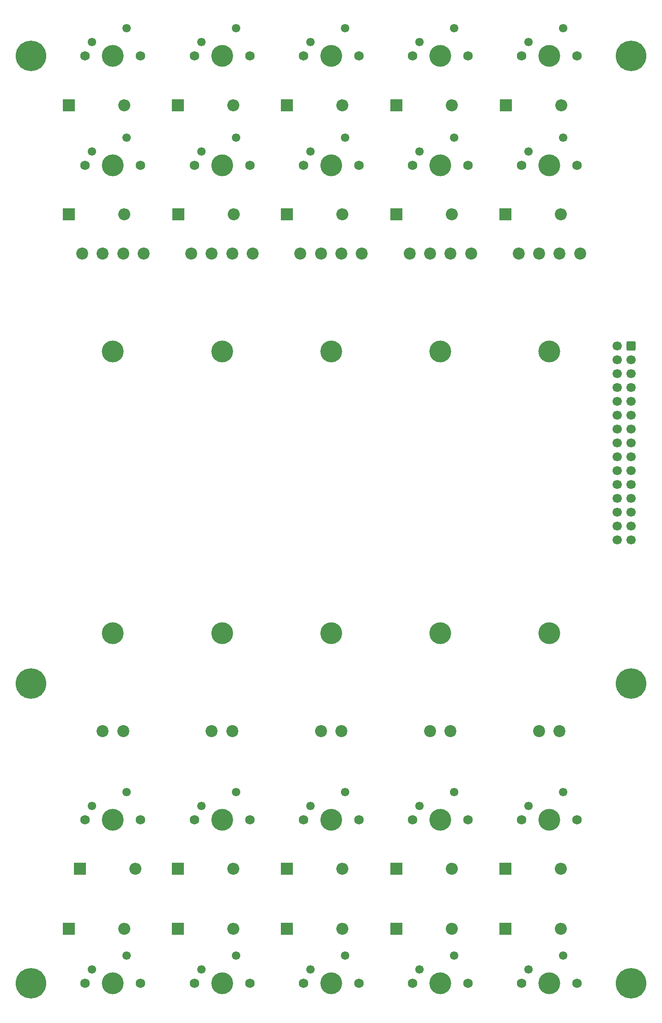
<source format=gbr>
%TF.GenerationSoftware,KiCad,Pcbnew,(6.0.4)*%
%TF.CreationDate,2023-01-30T21:52:44+01:00*%
%TF.ProjectId,Fader_Board,46616465-725f-4426-9f61-72642e6b6963,rev?*%
%TF.SameCoordinates,Original*%
%TF.FileFunction,Soldermask,Top*%
%TF.FilePolarity,Negative*%
%FSLAX46Y46*%
G04 Gerber Fmt 4.6, Leading zero omitted, Abs format (unit mm)*
G04 Created by KiCad (PCBNEW (6.0.4)) date 2023-01-30 21:52:44*
%MOMM*%
%LPD*%
G01*
G04 APERTURE LIST*
G04 Aperture macros list*
%AMRoundRect*
0 Rectangle with rounded corners*
0 $1 Rounding radius*
0 $2 $3 $4 $5 $6 $7 $8 $9 X,Y pos of 4 corners*
0 Add a 4 corners polygon primitive as box body*
4,1,4,$2,$3,$4,$5,$6,$7,$8,$9,$2,$3,0*
0 Add four circle primitives for the rounded corners*
1,1,$1+$1,$2,$3*
1,1,$1+$1,$4,$5*
1,1,$1+$1,$6,$7*
1,1,$1+$1,$8,$9*
0 Add four rect primitives between the rounded corners*
20,1,$1+$1,$2,$3,$4,$5,0*
20,1,$1+$1,$4,$5,$6,$7,0*
20,1,$1+$1,$6,$7,$8,$9,0*
20,1,$1+$1,$8,$9,$2,$3,0*%
G04 Aperture macros list end*
%ADD10C,2.200000*%
%ADD11C,4.000000*%
%ADD12C,5.600000*%
%ADD13O,2.200000X2.200000*%
%ADD14R,2.200000X2.200000*%
%ADD15C,1.750000*%
%ADD16C,1.550000*%
%ADD17RoundRect,0.250000X0.600000X0.600000X-0.600000X0.600000X-0.600000X-0.600000X0.600000X-0.600000X0*%
%ADD18C,1.700000*%
G04 APERTURE END LIST*
D10*
%TO.C,RV5*%
X138120000Y-56250000D03*
X134370000Y-56250000D03*
X138120000Y-143750000D03*
X141880000Y-56250000D03*
X145630000Y-56250000D03*
X141880000Y-143750000D03*
D11*
X140000000Y-74150000D03*
X140000000Y-125850000D03*
%TD*%
D10*
%TO.C,RV4*%
X118120000Y-56250000D03*
X114370000Y-56250000D03*
X118120000Y-143750000D03*
X121880000Y-56250000D03*
X125630000Y-56250000D03*
X121880000Y-143750000D03*
D11*
X120000000Y-74150000D03*
X120000000Y-125850000D03*
%TD*%
D10*
%TO.C,RV3*%
X98120000Y-56250000D03*
X94370000Y-56250000D03*
X98120000Y-143750000D03*
X101880000Y-56250000D03*
X105630000Y-56250000D03*
X101880000Y-143750000D03*
D11*
X100000000Y-74150000D03*
X100000000Y-125850000D03*
%TD*%
D10*
%TO.C,RV2*%
X78120000Y-56250000D03*
X74370000Y-56250000D03*
X78120000Y-143750000D03*
X81880000Y-56250000D03*
X85630000Y-56250000D03*
X81880000Y-143750000D03*
D11*
X80000000Y-74150000D03*
X80000000Y-125850000D03*
%TD*%
%TO.C,RV1*%
X60000000Y-125850000D03*
X60000000Y-74150000D03*
D10*
X61880000Y-143750000D03*
X65630000Y-56250000D03*
X61880000Y-56250000D03*
X58120000Y-143750000D03*
X54370000Y-56250000D03*
X58120000Y-56250000D03*
%TD*%
D12*
%TO.C,H6*%
X45000000Y-190000000D03*
%TD*%
%TO.C,H5*%
X155000000Y-190000000D03*
%TD*%
%TO.C,H4*%
X45000000Y-20000000D03*
%TD*%
%TO.C,H3*%
X155000000Y-135000000D03*
%TD*%
%TO.C,H2*%
X155000000Y-20000000D03*
%TD*%
%TO.C,H1*%
X45000000Y-135000000D03*
%TD*%
D13*
%TO.C,D14*%
X122080000Y-49000000D03*
D14*
X111920000Y-49000000D03*
%TD*%
D15*
%TO.C,SW2*%
X54920000Y-40000000D03*
X65080000Y-40000000D03*
D16*
X56190000Y-37460000D03*
X62540000Y-34920000D03*
D11*
X60000000Y-40000000D03*
%TD*%
D13*
%TO.C,D20*%
X142080000Y-180000000D03*
D14*
X131920000Y-180000000D03*
%TD*%
D13*
%TO.C,D19*%
X142080000Y-169000000D03*
D14*
X131920000Y-169000000D03*
%TD*%
D11*
%TO.C,SW7*%
X80000000Y-160000000D03*
D15*
X74920000Y-160000000D03*
D16*
X76190000Y-157460000D03*
X82540000Y-154920000D03*
D15*
X85080000Y-160000000D03*
%TD*%
D16*
%TO.C,SW16*%
X116190000Y-187460000D03*
X122540000Y-184920000D03*
D15*
X114920000Y-190000000D03*
D11*
X120000000Y-190000000D03*
D15*
X125080000Y-190000000D03*
%TD*%
D11*
%TO.C,SW5*%
X80000000Y-20000000D03*
D16*
X82540000Y-14920000D03*
X76190000Y-17460000D03*
D15*
X85080000Y-20000000D03*
X74920000Y-20000000D03*
%TD*%
D13*
%TO.C,D17*%
X142160000Y-29000000D03*
D14*
X132000000Y-29000000D03*
%TD*%
D13*
%TO.C,D10*%
X102080000Y-49000000D03*
D14*
X91920000Y-49000000D03*
%TD*%
D13*
%TO.C,D12*%
X102080000Y-180000000D03*
D14*
X91920000Y-180000000D03*
%TD*%
D16*
%TO.C,SW11*%
X102540000Y-154920000D03*
X96190000Y-157460000D03*
D11*
X100000000Y-160000000D03*
D15*
X105080000Y-160000000D03*
X94920000Y-160000000D03*
%TD*%
D13*
%TO.C,D4*%
X62080000Y-180000000D03*
D14*
X51920000Y-180000000D03*
%TD*%
D16*
%TO.C,SW8*%
X82540000Y-184920000D03*
D15*
X74920000Y-190000000D03*
D16*
X76190000Y-187460000D03*
D11*
X80000000Y-190000000D03*
D15*
X85080000Y-190000000D03*
%TD*%
D16*
%TO.C,SW14*%
X122540000Y-34920000D03*
D15*
X114920000Y-40000000D03*
X125080000Y-40000000D03*
D11*
X120000000Y-40000000D03*
D16*
X116190000Y-37460000D03*
%TD*%
D13*
%TO.C,D3*%
X64080000Y-169000000D03*
D14*
X53920000Y-169000000D03*
%TD*%
D13*
%TO.C,D13*%
X122080000Y-29000000D03*
D14*
X111920000Y-29000000D03*
%TD*%
D16*
%TO.C,SW10*%
X96190000Y-37460000D03*
D15*
X94920000Y-40000000D03*
D11*
X100000000Y-40000000D03*
D16*
X102540000Y-34920000D03*
D15*
X105080000Y-40000000D03*
%TD*%
D13*
%TO.C,D8*%
X82080000Y-180000000D03*
D14*
X71920000Y-180000000D03*
%TD*%
D15*
%TO.C,SW6*%
X85080000Y-40000000D03*
D11*
X80000000Y-40000000D03*
D16*
X76190000Y-37460000D03*
X82540000Y-34920000D03*
D15*
X74920000Y-40000000D03*
%TD*%
D11*
%TO.C,SW1*%
X60000000Y-20000000D03*
D15*
X65080000Y-20000000D03*
D16*
X56190000Y-17460000D03*
X62540000Y-14920000D03*
D15*
X54920000Y-20000000D03*
%TD*%
D13*
%TO.C,D1*%
X62080000Y-29000000D03*
D14*
X51920000Y-29000000D03*
%TD*%
D15*
%TO.C,SW20*%
X145080000Y-190000000D03*
D16*
X142540000Y-184920000D03*
X136190000Y-187460000D03*
D11*
X140000000Y-190000000D03*
D15*
X134920000Y-190000000D03*
%TD*%
D16*
%TO.C,SW18*%
X136190000Y-37460000D03*
D15*
X134920000Y-40000000D03*
D11*
X140000000Y-40000000D03*
D15*
X145080000Y-40000000D03*
D16*
X142540000Y-34920000D03*
%TD*%
%TO.C,SW9*%
X102540000Y-14920000D03*
D15*
X105080000Y-20000000D03*
X94920000Y-20000000D03*
D11*
X100000000Y-20000000D03*
D16*
X96190000Y-17460000D03*
%TD*%
D13*
%TO.C,D18*%
X142080000Y-49000000D03*
D14*
X131920000Y-49000000D03*
%TD*%
D11*
%TO.C,SW13*%
X120000000Y-20000000D03*
D15*
X125080000Y-20000000D03*
X114920000Y-20000000D03*
D16*
X116190000Y-17460000D03*
X122540000Y-14920000D03*
%TD*%
D13*
%TO.C,D7*%
X82080000Y-169000000D03*
D14*
X71920000Y-169000000D03*
%TD*%
D16*
%TO.C,SW17*%
X142540000Y-14920000D03*
D15*
X145080000Y-20000000D03*
X134920000Y-20000000D03*
D11*
X140000000Y-20000000D03*
D16*
X136190000Y-17460000D03*
%TD*%
D13*
%TO.C,D2*%
X62080000Y-49000000D03*
D14*
X51920000Y-49000000D03*
%TD*%
D13*
%TO.C,D9*%
X102080000Y-29000000D03*
D14*
X91920000Y-29000000D03*
%TD*%
D16*
%TO.C,SW19*%
X136190000Y-157460000D03*
D15*
X145080000Y-160000000D03*
D16*
X142540000Y-154920000D03*
D11*
X140000000Y-160000000D03*
D15*
X134920000Y-160000000D03*
%TD*%
D13*
%TO.C,D6*%
X82160000Y-49000000D03*
D14*
X72000000Y-49000000D03*
%TD*%
D13*
%TO.C,D15*%
X122080000Y-169000000D03*
D14*
X111920000Y-169000000D03*
%TD*%
D13*
%TO.C,D16*%
X122080000Y-180000000D03*
D14*
X111920000Y-180000000D03*
%TD*%
D15*
%TO.C,SW3*%
X54920000Y-160000000D03*
D16*
X62540000Y-154920000D03*
D11*
X60000000Y-160000000D03*
D16*
X56190000Y-157460000D03*
D15*
X65080000Y-160000000D03*
%TD*%
%TO.C,SW15*%
X125080000Y-160000000D03*
X114920000Y-160000000D03*
D11*
X120000000Y-160000000D03*
D16*
X122540000Y-154920000D03*
X116190000Y-157460000D03*
%TD*%
D13*
%TO.C,D5*%
X82080000Y-29000000D03*
D14*
X71920000Y-29000000D03*
%TD*%
D11*
%TO.C,SW12*%
X100000000Y-190000000D03*
D15*
X94920000Y-190000000D03*
D16*
X96190000Y-187460000D03*
X102540000Y-184920000D03*
D15*
X105080000Y-190000000D03*
%TD*%
D13*
%TO.C,D11*%
X102080000Y-169000000D03*
D14*
X91920000Y-169000000D03*
%TD*%
D15*
%TO.C,SW4*%
X54920000Y-190000000D03*
D11*
X60000000Y-190000000D03*
D16*
X56190000Y-187460000D03*
D15*
X65080000Y-190000000D03*
D16*
X62540000Y-184920000D03*
%TD*%
D17*
%TO.C,J1*%
X155000000Y-73140000D03*
D18*
X152460000Y-73140000D03*
X155000000Y-75680000D03*
X152460000Y-75680000D03*
X155000000Y-78220000D03*
X152460000Y-78220000D03*
X155000000Y-80760000D03*
X152460000Y-80760000D03*
X155000000Y-83300000D03*
X152460000Y-83300000D03*
X155000000Y-85840000D03*
X152460000Y-85840000D03*
X155000000Y-88380000D03*
X152460000Y-88380000D03*
X155000000Y-90920000D03*
X152460000Y-90920000D03*
X155000000Y-93460000D03*
X152460000Y-93460000D03*
X155000000Y-96000000D03*
X152460000Y-96000000D03*
X155000000Y-98540000D03*
X152460000Y-98540000D03*
X155000000Y-101080000D03*
X152460000Y-101080000D03*
X155000000Y-103620000D03*
X152460000Y-103620000D03*
X155000000Y-106160000D03*
X152460000Y-106160000D03*
X155000000Y-108700000D03*
X152460000Y-108700000D03*
%TD*%
M02*

</source>
